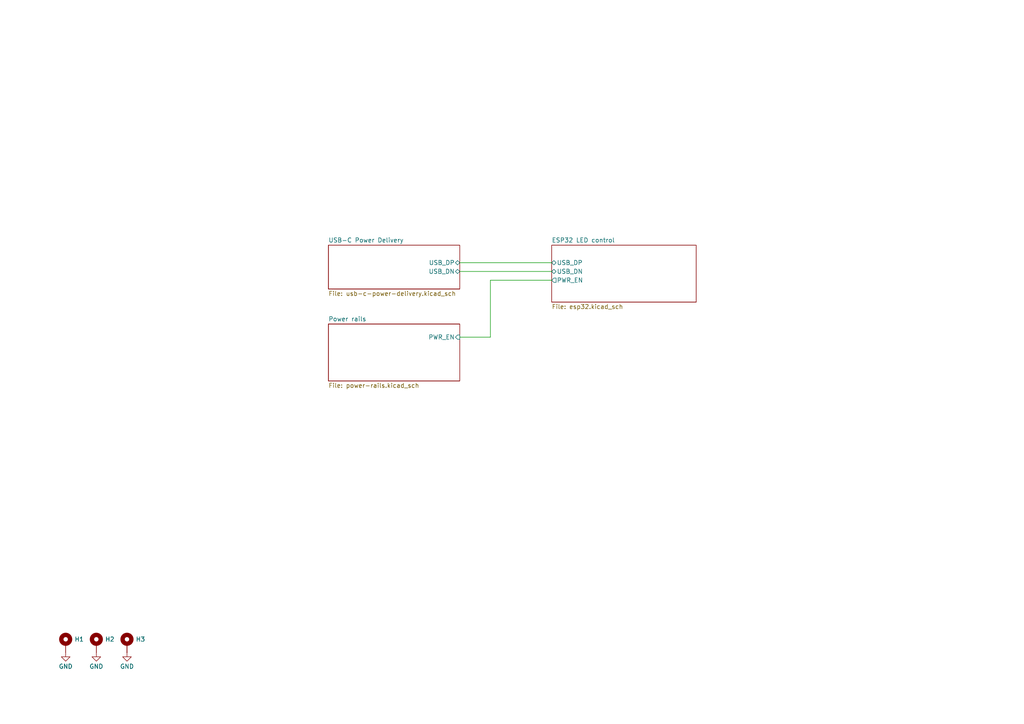
<source format=kicad_sch>
(kicad_sch (version 20250114) (generator "eeschema") (generator_version "9.0")
  (paper "A4")
  (title_block (title "USB-C WLED controller") (rev "1.0") (comment 1 "Resistors 1% tolerance"))
  (lib_symbols
    (symbol "Mechanical:MountingHole_Pad" (pin_numbers (hide yes)) (pin_names (offset 1.016) (hide yes)) (exclude_from_sim yes) (in_bom no)
      (property "Reference" "H" (at 0 6.35 0))
      (property "Value" "MountingHole_Pad" (at 0 4.445 0))
      (symbol "MountingHole_Pad_0_1"
        (circle (center 0 1.27) (radius 1.27) (stroke (width 1.27)))
      )
      (symbol "MountingHole_Pad_1_1"
        (pin input line (at 0 -2.54 90) (length 2.54) (name "1") (number "1"))
      )
    )
    (symbol "power:GND" (power) (pin_numbers (hide yes)) (pin_names (offset 0) (hide yes))
      (property "Value" "GND" (at 0 -3.81 0))
      (symbol "GND_0_1"
        (polyline (pts (xy 0 0) (xy 0 -1.27) (xy 1.27 -1.27) (xy 0 -2.54) (xy -1.27 -1.27) (xy 0 -1.27)))
      )
      (symbol "GND_1_1"
        (pin power_in line (at 0 0 270) (length 0) (name "~") (number "1"))
      )
    )
  )
  (wire (pts (xy 133.35 76.2) (xy 160.02 76.2)))
  (wire (pts (xy 142.24 81.28) (xy 142.24 97.79)))
  (wire (pts (xy 142.24 97.79) (xy 133.35 97.79)))
  (wire (pts (xy 133.35 78.74) (xy 160.02 78.74)))
  (wire (pts (xy 160.02 81.28) (xy 142.24 81.28)))
  (symbol (lib_id "power:GND") (at 36.83 189.23 0) (unit 1)
    (property "Reference" "#PWR03" (effects (hide yes)))
    (property "Value" "GND" (at 36.83 193.294 0))
    (property "Description" "Power symbol creates a global label with name \"GND\" , ground" (effects (hide yes)))
  )
  (symbol (lib_id "power:GND") (at 19.05 189.23 0) (unit 1)
    (property "Reference" "#PWR01" (effects (hide yes)))
    (property "Value" "GND" (at 19.05 193.294 0))
    (property "Description" "Power symbol creates a global label with name \"GND\" , ground" (effects (hide yes)))
  )
  (symbol (lib_id "Mechanical:MountingHole_Pad") (at 27.94 186.69 0) (unit 1) (exclude_from_sim yes) (in_bom no)
    (property "Reference" "H2" (at 30.48 185.4199 0) (effects (justify left)))
    (property "Value" "MountingHole" (effects (hide yes)))
    (property "Footprint" "MountingHole:MountingHole_3.2mm_M3_DIN965_Pad" (effects (hide yes)))
    (property "Datasheet" "-" (effects (hide yes)))
    (property "Description" "Mounting Hole with connection" (effects (hide yes)))
    (property "JLCPCB" "-" (effects (hide yes)))
    (property "Voltage" "-" (effects (hide yes)))
  )
  (symbol (lib_id "Mechanical:MountingHole_Pad") (at 36.83 186.69 0) (unit 1) (exclude_from_sim yes) (in_bom no)
    (property "Reference" "H3" (at 39.37 185.4199 0) (effects (justify left)))
    (property "Value" "MountingHole" (effects (hide yes)))
    (property "Footprint" "MountingHole:MountingHole_3.2mm_M3_DIN965_Pad" (effects (hide yes)))
    (property "Datasheet" "-" (effects (hide yes)))
    (property "Description" "Mounting Hole with connection" (effects (hide yes)))
    (property "JLCPCB" "-" (effects (hide yes)))
    (property "Voltage" "-" (effects (hide yes)))
  )
  (symbol (lib_id "power:GND") (at 27.94 189.23 0) (unit 1)
    (property "Reference" "#PWR02" (effects (hide yes)))
    (property "Value" "GND" (at 27.94 193.294 0))
    (property "Description" "Power symbol creates a global label with name \"GND\" , ground" (effects (hide yes)))
  )
  (symbol (lib_id "Mechanical:MountingHole_Pad") (at 19.05 186.69 0) (unit 1) (exclude_from_sim yes) (in_bom no)
    (property "Reference" "H1" (at 21.59 185.4199 0) (effects (justify left)))
    (property "Value" "MountingHole" (effects (hide yes)))
    (property "Footprint" "MountingHole:MountingHole_3.2mm_M3_DIN965_Pad" (effects (hide yes)))
    (property "Datasheet" "-" (effects (hide yes)))
    (property "Description" "Mounting Hole with connection" (effects (hide yes)))
    (property "JLCPCB" "-" (effects (hide yes)))
    (property "Voltage" "-" (effects (hide yes)))
  )
  (sheet (at 95.25 93.98) (size 38.1 16.51) (stroke (width 0.1524))
    (property "Sheetname" "Power rails" (at 95.25 93.2684 0) (effects (justify left bottom)))
    (property "Sheetfile" "power-rails.kicad_sch" (at 95.25 111.0746 0) (effects (justify left top)))
    (pin "PWR_EN" input (at 133.35 97.79 0))
  )
  (sheet (at 160.02 71.12) (size 41.91 16.51) (stroke (width 0.1524))
    (property "Sheetname" "ESP32 LED control" (at 160.02 70.4084 0) (effects (justify left bottom)))
    (property "Sheetfile" "esp32.kicad_sch" (at 160.02 88.2146 0) (effects (justify left top)))
    (pin "USB_DP" bidirectional (at 160.02 76.2 180))
    (pin "USB_DN" bidirectional (at 160.02 78.74 180))
    (pin "PWR_EN" output (at 160.02 81.28 180))
  )
  (sheet (at 95.25 71.12) (size 38.1 12.7) (stroke (width 0.1524))
    (property "Sheetname" "USB-C Power Delivery" (at 95.25 70.4084 0) (effects (justify left bottom)))
    (property "Sheetfile" "usb-c-power-delivery.kicad_sch" (at 95.25 84.4046 0) (effects (justify left top)))
    (pin "USB_DN" bidirectional (at 133.35 78.74 0))
    (pin "USB_DP" bidirectional (at 133.35 76.2 0))
  )
)
</source>
